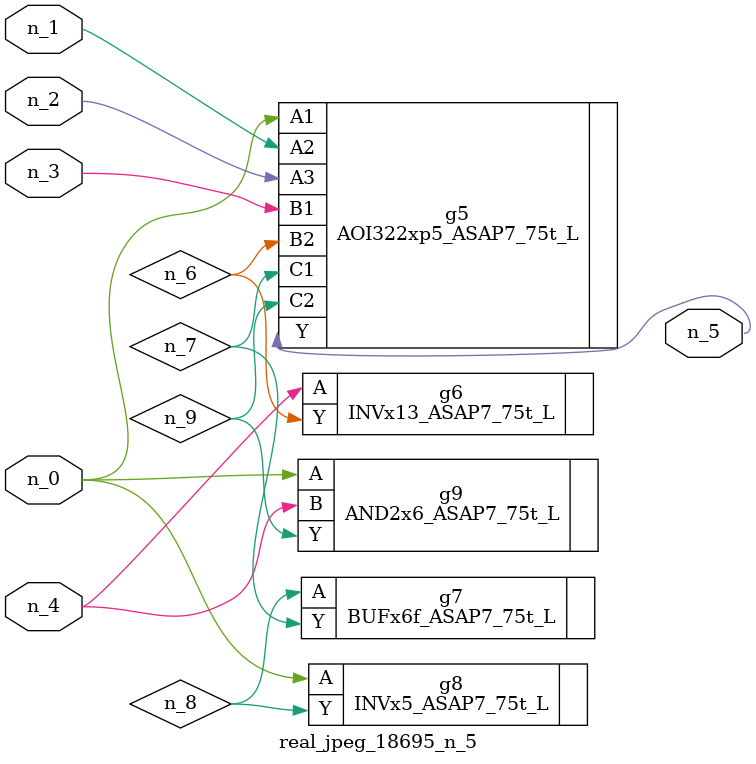
<source format=v>
module real_jpeg_18695_n_5 (n_4, n_0, n_1, n_2, n_3, n_5);

input n_4;
input n_0;
input n_1;
input n_2;
input n_3;

output n_5;

wire n_8;
wire n_6;
wire n_7;
wire n_9;

AOI322xp5_ASAP7_75t_L g5 ( 
.A1(n_0),
.A2(n_1),
.A3(n_2),
.B1(n_3),
.B2(n_6),
.C1(n_7),
.C2(n_9),
.Y(n_5)
);

INVx5_ASAP7_75t_L g8 ( 
.A(n_0),
.Y(n_8)
);

AND2x6_ASAP7_75t_L g9 ( 
.A(n_0),
.B(n_4),
.Y(n_9)
);

INVx13_ASAP7_75t_L g6 ( 
.A(n_4),
.Y(n_6)
);

BUFx6f_ASAP7_75t_L g7 ( 
.A(n_8),
.Y(n_7)
);


endmodule
</source>
